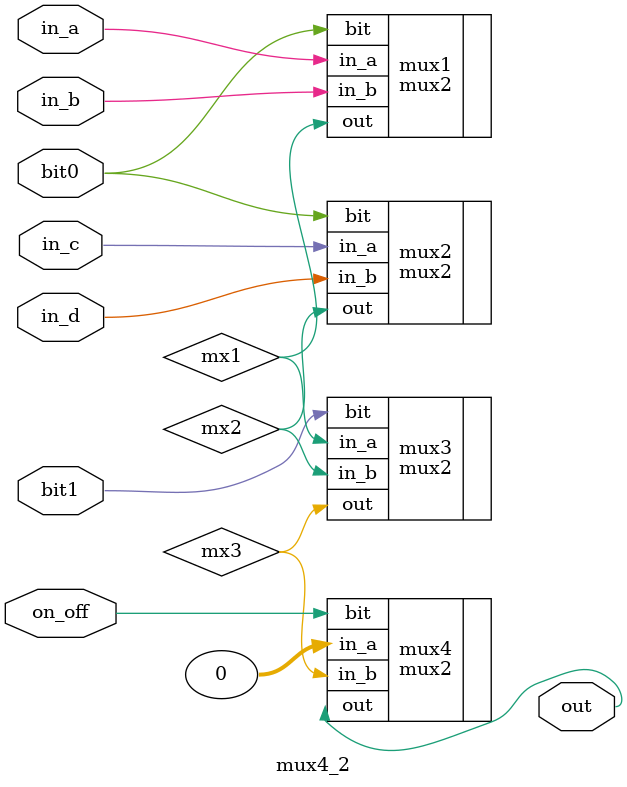
<source format=v>

/*
	00 --> in_a --> clk2s
	01 --> in_b --> clk4s
	10 --> in_c --> clk8s
	11 --> in_d --> 0s
*/
module mux4_2(on_off, bit0, bit1, in_a, in_b, in_c, in_d, out);
	input on_off, bit0, bit1, in_a, in_b, in_c, in_d;
	output out;
	
	wire mx1, mx2, mx3; // Fios dos Mux 1 e 2
	
	//Com 3 Mux 2/1 fazemos o modulo de um Mux 4/1
	mux2 mux1(
		.bit(bit0),
		.in_a(in_a),
		.in_b(in_b),
		.out(mx1)
	);
	
	mux2 mux2(
		.bit(bit0),
		.in_a(in_c),
		.in_b(in_d),
		.out(mx2)
	);
	
	mux2 mux3(
		.bit(bit1),
		.in_a(mx1),
		.in_b(mx2),
		.out(mx3)
	);
	
	mux2 mux4(
	  .bit(on_off),
	  .in_a(0),
	  .in_b(mx3),
	  .out(out)
	);
endmodule






</source>
